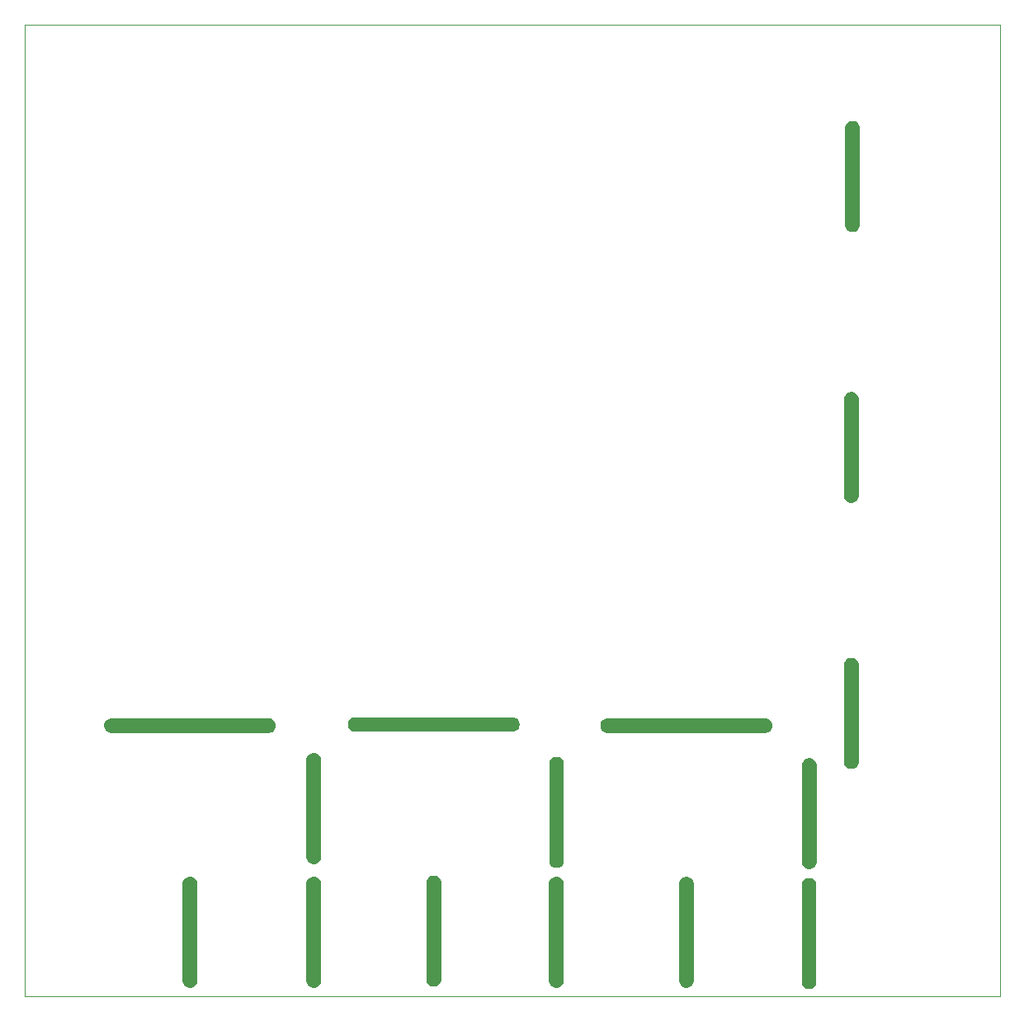
<source format=gbr>
G04 Layer_Color=0*
%FSLAX26Y26*%
%MOIN*%
%TF.FileFunction,Profile,NP*%
%TF.Part,Single*%
G01*
G75*
%TA.AperFunction,Profile*%
%ADD66C,0.001000*%
G36*
X3236718Y3044409D02*
Y3040520D01*
X3238731Y3033006D01*
X3242620Y3026270D01*
X3248120Y3020769D01*
X3254857Y3016880D01*
X3262371Y3014867D01*
X3270149D01*
X3277663Y3016880D01*
X3284399Y3020769D01*
X3289900Y3026270D01*
X3293789Y3033006D01*
X3295802Y3040520D01*
Y3044409D01*
D01*
Y3434409D01*
Y3438299D01*
X3293789Y3445812D01*
X3289900Y3452549D01*
X3284399Y3458049D01*
X3277663Y3461939D01*
X3270149Y3463952D01*
X3262371D01*
X3254857Y3461939D01*
X3248120Y3458049D01*
X3242620Y3452549D01*
X3238731Y3445812D01*
X3236718Y3438299D01*
Y3434409D01*
D01*
Y3044409D01*
D02*
G37*
G36*
X3231718Y1949409D02*
Y1945520D01*
X3233731Y1938006D01*
X3237620Y1931270D01*
X3243120Y1925770D01*
X3249857Y1921880D01*
X3257371Y1919867D01*
X3265149D01*
X3272663Y1921880D01*
X3279399Y1925770D01*
X3284900Y1931270D01*
X3288789Y1938006D01*
X3290802Y1945520D01*
Y1949409D01*
D01*
Y2339409D01*
Y2343299D01*
X3288789Y2350812D01*
X3284900Y2357549D01*
X3279399Y2363049D01*
X3272663Y2366939D01*
X3265149Y2368952D01*
X3257371D01*
X3249857Y2366939D01*
X3243120Y2363049D01*
X3237620Y2357549D01*
X3233731Y2350812D01*
X3231718Y2343299D01*
Y2339409D01*
D01*
Y1949409D01*
D02*
G37*
G36*
Y874409D02*
Y870520D01*
X3233731Y863006D01*
X3237620Y856270D01*
X3243120Y850769D01*
X3249857Y846880D01*
X3257371Y844867D01*
X3265149D01*
X3272663Y846880D01*
X3279399Y850769D01*
X3284900Y856270D01*
X3288789Y863006D01*
X3290802Y870520D01*
Y874409D01*
D01*
Y1264409D01*
Y1268299D01*
X3288789Y1275812D01*
X3284900Y1282549D01*
X3279399Y1288049D01*
X3272663Y1291939D01*
X3265149Y1293952D01*
X3257371D01*
X3249857Y1291939D01*
X3243120Y1288049D01*
X3237620Y1282549D01*
X3233731Y1275812D01*
X3231718Y1268299D01*
Y1264409D01*
D01*
Y874409D01*
D02*
G37*
G36*
X3061088Y-15000D02*
Y-18889D01*
X3063101Y-26403D01*
X3066990Y-33140D01*
X3072490Y-38640D01*
X3079227Y-42529D01*
X3086741Y-44542D01*
X3094519D01*
X3102033Y-42529D01*
X3108769Y-38640D01*
X3114270Y-33140D01*
X3118159Y-26403D01*
X3120173Y-18889D01*
Y-15000D01*
D01*
Y375000D01*
Y378889D01*
X3118159Y386403D01*
X3114270Y393139D01*
X3108769Y398640D01*
X3102033Y402529D01*
X3094519Y404543D01*
X3086741D01*
X3079227Y402529D01*
X3072490Y398640D01*
X3066990Y393139D01*
X3063101Y386403D01*
X3061088Y378889D01*
Y375000D01*
D01*
Y-15000D01*
D02*
G37*
G36*
X3061718Y469409D02*
Y465520D01*
X3063731Y458006D01*
X3067620Y451270D01*
X3073120Y445769D01*
X3079857Y441880D01*
X3087371Y439867D01*
X3095149D01*
X3102663Y441880D01*
X3109399Y445769D01*
X3114900Y451270D01*
X3118789Y458006D01*
X3120802Y465520D01*
Y469409D01*
D01*
Y859409D01*
Y863299D01*
X3118789Y870812D01*
X3114900Y877549D01*
X3109399Y883049D01*
X3102663Y886939D01*
X3095149Y888952D01*
X3087371D01*
X3079857Y886939D01*
X3073120Y883049D01*
X3067620Y877549D01*
X3063731Y870812D01*
X3061718Y863299D01*
Y859409D01*
D01*
Y469409D01*
D02*
G37*
G36*
X2565457Y-10000D02*
Y-13889D01*
X2567471Y-21403D01*
X2571360Y-28140D01*
X2576860Y-33640D01*
X2583597Y-37529D01*
X2591111Y-39542D01*
X2598889D01*
X2606403Y-37529D01*
X2613140Y-33640D01*
X2618640Y-28140D01*
X2622529Y-21403D01*
X2624543Y-13889D01*
Y-10000D01*
D01*
Y380000D01*
Y383889D01*
X2622529Y391403D01*
X2618640Y398139D01*
X2613140Y403640D01*
X2606403Y407529D01*
X2598889Y409543D01*
X2591111D01*
X2583597Y407529D01*
X2576860Y403640D01*
X2571360Y398139D01*
X2567471Y391403D01*
X2565457Y383889D01*
Y380000D01*
D01*
Y-10000D01*
D02*
G37*
G36*
X2277500Y990457D02*
X2273611D01*
X2266097Y992471D01*
X2259360Y996360D01*
X2253860Y1001860D01*
X2249971Y1008597D01*
X2247957Y1016111D01*
Y1023889D01*
X2249971Y1031403D01*
X2253860Y1038139D01*
X2259360Y1043640D01*
X2266097Y1047529D01*
X2273611Y1049543D01*
X2277500D01*
D01*
X2912500D01*
X2915410D01*
X2921117Y1048407D01*
X2926494Y1046180D01*
X2931332Y1042947D01*
X2935447Y1038832D01*
X2938680Y1033994D01*
X2940907Y1028617D01*
X2942043Y1022910D01*
Y1020000D01*
Y1017090D01*
X2940907Y1011383D01*
X2938680Y1006006D01*
X2935447Y1001168D01*
X2931332Y997053D01*
X2926494Y993820D01*
X2921117Y991593D01*
X2915410Y990457D01*
X2912500D01*
D01*
X2277500D01*
D02*
G37*
G36*
X2040457Y-10000D02*
Y-13889D01*
X2042471Y-21403D01*
X2046360Y-28140D01*
X2051860Y-33640D01*
X2058597Y-37529D01*
X2066111Y-39542D01*
X2073889D01*
X2081403Y-37529D01*
X2088140Y-33640D01*
X2093640Y-28140D01*
X2097529Y-21403D01*
X2099543Y-13889D01*
Y-10000D01*
D01*
Y380000D01*
Y383889D01*
X2097529Y391403D01*
X2093640Y398139D01*
X2088140Y403640D01*
X2081403Y407529D01*
X2073889Y409543D01*
X2066111D01*
X2058597Y407529D01*
X2051860Y403640D01*
X2046360Y398139D01*
X2042471Y391403D01*
X2040457Y383889D01*
Y380000D01*
D01*
Y-10000D01*
D02*
G37*
G36*
X2041088Y474409D02*
Y470520D01*
X2043101Y463006D01*
X2046990Y456270D01*
X2052490Y450769D01*
X2059227Y446880D01*
X2066741Y444867D01*
X2074519D01*
X2082033Y446880D01*
X2088769Y450769D01*
X2094270Y456270D01*
X2098159Y463006D01*
X2100173Y470520D01*
Y474409D01*
D01*
Y864409D01*
Y868299D01*
X2098159Y875812D01*
X2094270Y882549D01*
X2088769Y888049D01*
X2082033Y891939D01*
X2074519Y893952D01*
X2066741D01*
X2059227Y891939D01*
X2052490Y888049D01*
X2046990Y882549D01*
X2043101Y875812D01*
X2041088Y868299D01*
Y864409D01*
D01*
Y474409D01*
D02*
G37*
G36*
X1544828Y-5000D02*
Y-8889D01*
X1546841Y-16403D01*
X1550730Y-23140D01*
X1556230Y-28640D01*
X1562967Y-32529D01*
X1570481Y-34542D01*
X1578259D01*
X1585773Y-32529D01*
X1592509Y-28640D01*
X1598010Y-23140D01*
X1601899Y-16403D01*
X1603912Y-8889D01*
Y-5000D01*
D01*
Y385000D01*
Y388889D01*
X1601899Y396403D01*
X1598010Y403139D01*
X1592509Y408640D01*
X1585773Y412529D01*
X1578259Y414543D01*
X1570481D01*
X1562967Y412529D01*
X1556230Y408640D01*
X1550730Y403139D01*
X1546841Y396403D01*
X1544828Y388889D01*
Y385000D01*
D01*
Y-5000D01*
D02*
G37*
G36*
X1256870Y995457D02*
X1252981D01*
X1245467Y997471D01*
X1238730Y1001360D01*
X1233230Y1006860D01*
X1229341Y1013597D01*
X1227328Y1021111D01*
Y1028889D01*
X1229341Y1036403D01*
X1233230Y1043139D01*
X1238730Y1048640D01*
X1245467Y1052529D01*
X1252981Y1054543D01*
X1256870D01*
D01*
X1891870D01*
X1894780D01*
X1900487Y1053407D01*
X1905864Y1051180D01*
X1910702Y1047947D01*
X1914817Y1043832D01*
X1918050Y1038994D01*
X1920277Y1033617D01*
X1921412Y1027910D01*
Y1025000D01*
Y1022090D01*
X1920277Y1016383D01*
X1918050Y1011006D01*
X1914817Y1006168D01*
X1910702Y1002053D01*
X1905864Y998820D01*
X1900487Y996593D01*
X1894780Y995457D01*
X1891870D01*
D01*
X1256870D01*
D02*
G37*
G36*
X1060457Y-10000D02*
Y-13889D01*
X1062471Y-21403D01*
X1066360Y-28140D01*
X1071860Y-33640D01*
X1078597Y-37529D01*
X1086111Y-39542D01*
X1093889D01*
X1101403Y-37529D01*
X1108139Y-33640D01*
X1113640Y-28140D01*
X1117529Y-21403D01*
X1119543Y-13889D01*
Y-10000D01*
D01*
Y380000D01*
Y383889D01*
X1117529Y391403D01*
X1113640Y398139D01*
X1108139Y403640D01*
X1101403Y407529D01*
X1093889Y409543D01*
X1086111D01*
X1078597Y407529D01*
X1071860Y403640D01*
X1066360Y398139D01*
X1062471Y391403D01*
X1060457Y383889D01*
Y380000D01*
D01*
Y-10000D01*
D02*
G37*
G36*
Y490000D02*
Y486111D01*
X1062471Y478597D01*
X1066360Y471860D01*
X1071860Y466360D01*
X1078597Y462471D01*
X1086111Y460457D01*
X1093889D01*
X1101403Y462471D01*
X1108139Y466360D01*
X1113640Y471860D01*
X1117529Y478597D01*
X1119543Y486111D01*
Y490000D01*
D01*
Y880000D01*
Y883889D01*
X1117529Y891403D01*
X1113640Y898139D01*
X1108139Y903640D01*
X1101403Y907529D01*
X1093889Y909543D01*
X1086111D01*
X1078597Y907529D01*
X1071860Y903640D01*
X1066360Y898139D01*
X1062471Y891403D01*
X1060457Y883889D01*
Y880000D01*
D01*
Y490000D01*
D02*
G37*
G36*
X272500Y990457D02*
X268611D01*
X261097Y992471D01*
X254360Y996360D01*
X248860Y1001860D01*
X244971Y1008597D01*
X242958Y1016111D01*
Y1023889D01*
X244971Y1031403D01*
X248860Y1038139D01*
X254360Y1043640D01*
X261097Y1047529D01*
X268611Y1049543D01*
X272500D01*
D01*
X907500D01*
X910410D01*
X916117Y1048407D01*
X921494Y1046180D01*
X926332Y1042947D01*
X930447Y1038832D01*
X933680Y1033994D01*
X935907Y1028617D01*
X937043Y1022910D01*
Y1020000D01*
Y1017090D01*
X935907Y1011383D01*
X933680Y1006006D01*
X930447Y1001168D01*
X926332Y997053D01*
X921494Y993820D01*
X916117Y991593D01*
X910410Y990457D01*
X907500D01*
D01*
X272500D01*
D02*
G37*
G36*
X560457Y-10000D02*
Y-13889D01*
X562471Y-21403D01*
X566360Y-28140D01*
X571860Y-33640D01*
X578597Y-37529D01*
X586111Y-39542D01*
X593889D01*
X601403Y-37529D01*
X608139Y-33640D01*
X613640Y-28140D01*
X617529Y-21403D01*
X619543Y-13889D01*
Y-10000D01*
D01*
Y380000D01*
Y383889D01*
X617529Y391403D01*
X613640Y398139D01*
X608139Y403640D01*
X601403Y407529D01*
X593889Y409543D01*
X586111D01*
X578597Y407529D01*
X571860Y403640D01*
X566360Y398139D01*
X562471Y391403D01*
X560457Y383889D01*
Y380000D01*
D01*
Y-10000D01*
D02*
G37*
D66*
X-78740Y-75000D02*
X805000Y-75000D01*
X3220000D01*
X3861220D01*
X3861220Y3853999D01*
X3220000D01*
X805000D01*
X-78740Y3854001D01*
X-78740Y-75000D01*
%TF.MD5,d44f69e7d94ee4fb2004242a64e36d74*%
M02*

</source>
